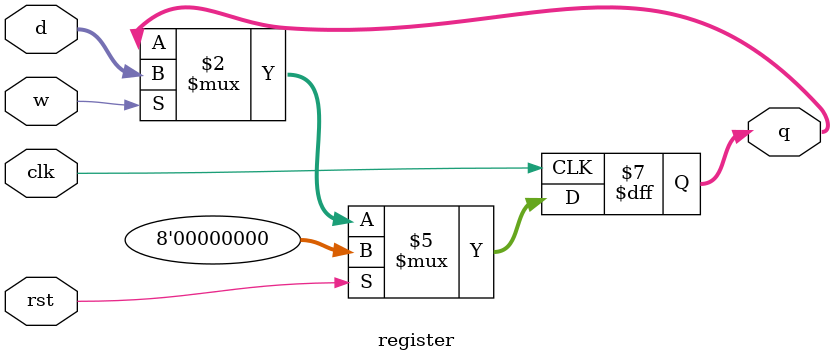
<source format=sv>
module register #(
	parameter int WIDTH = 8
)(
	input logic clk, rst,
	input logic w,
	input logic [WIDTH-1:0] d,
	output logic [WIDTH-1:0] q
);

	always_ff @(posedge clk) begin
		if (rst) q <= 0;
		else if (w) q <= d;
	end
endmodule

</source>
